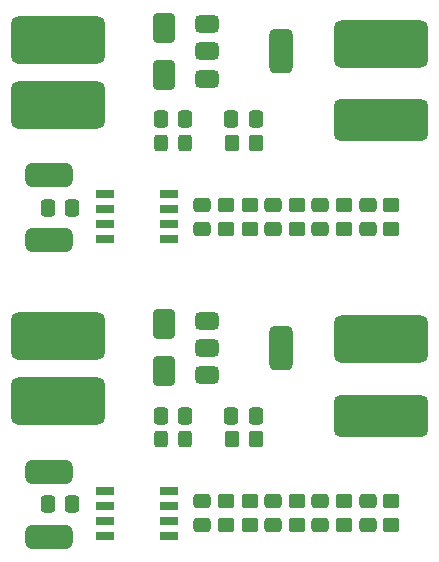
<source format=gts>
G04 #@! TF.GenerationSoftware,KiCad,Pcbnew,9.0.4*
G04 #@! TF.CreationDate,2025-12-28T16:32:26+01:00*
G04 #@! TF.ProjectId,UWU_AK_V3_Mouse,5557555f-414b-45f5-9633-5f4d6f757365,rev?*
G04 #@! TF.SameCoordinates,Original*
G04 #@! TF.FileFunction,Soldermask,Top*
G04 #@! TF.FilePolarity,Negative*
%FSLAX46Y46*%
G04 Gerber Fmt 4.6, Leading zero omitted, Abs format (unit mm)*
G04 Created by KiCad (PCBNEW 9.0.4) date 2025-12-28 16:32:26*
%MOMM*%
%LPD*%
G01*
G04 APERTURE LIST*
G04 Aperture macros list*
%AMRoundRect*
0 Rectangle with rounded corners*
0 $1 Rounding radius*
0 $2 $3 $4 $5 $6 $7 $8 $9 X,Y pos of 4 corners*
0 Add a 4 corners polygon primitive as box body*
4,1,4,$2,$3,$4,$5,$6,$7,$8,$9,$2,$3,0*
0 Add four circle primitives for the rounded corners*
1,1,$1+$1,$2,$3*
1,1,$1+$1,$4,$5*
1,1,$1+$1,$6,$7*
1,1,$1+$1,$8,$9*
0 Add four rect primitives between the rounded corners*
20,1,$1+$1,$2,$3,$4,$5,0*
20,1,$1+$1,$4,$5,$6,$7,0*
20,1,$1+$1,$6,$7,$8,$9,0*
20,1,$1+$1,$8,$9,$2,$3,0*%
G04 Aperture macros list end*
%ADD10RoundRect,0.250000X0.475000X-0.337500X0.475000X0.337500X-0.475000X0.337500X-0.475000X-0.337500X0*%
%ADD11RoundRect,0.250000X0.337500X0.475000X-0.337500X0.475000X-0.337500X-0.475000X0.337500X-0.475000X0*%
%ADD12RoundRect,0.250000X-0.475000X0.337500X-0.475000X-0.337500X0.475000X-0.337500X0.475000X0.337500X0*%
%ADD13RoundRect,0.250000X0.450000X-0.350000X0.450000X0.350000X-0.450000X0.350000X-0.450000X-0.350000X0*%
%ADD14RoundRect,0.250000X-0.325000X-0.450000X0.325000X-0.450000X0.325000X0.450000X-0.325000X0.450000X0*%
%ADD15RoundRect,0.500000X1.500000X-0.500000X1.500000X0.500000X-1.500000X0.500000X-1.500000X-0.500000X0*%
%ADD16RoundRect,0.250000X-0.337500X-0.475000X0.337500X-0.475000X0.337500X0.475000X-0.337500X0.475000X0*%
%ADD17R,1.528000X0.650000*%
%ADD18RoundRect,0.600000X-3.400000X-1.400000X3.400000X-1.400000X3.400000X1.400000X-3.400000X1.400000X0*%
%ADD19RoundRect,0.525000X3.475000X1.225000X-3.475000X1.225000X-3.475000X-1.225000X3.475000X-1.225000X0*%
%ADD20RoundRect,0.600000X3.400000X1.400000X-3.400000X1.400000X-3.400000X-1.400000X3.400000X-1.400000X0*%
%ADD21RoundRect,0.250000X-0.450000X0.350000X-0.450000X-0.350000X0.450000X-0.350000X0.450000X0.350000X0*%
%ADD22RoundRect,0.375000X-0.625000X-0.375000X0.625000X-0.375000X0.625000X0.375000X-0.625000X0.375000X0*%
%ADD23RoundRect,0.500000X-0.500000X-1.400000X0.500000X-1.400000X0.500000X1.400000X-0.500000X1.400000X0*%
%ADD24RoundRect,0.250000X0.650000X-1.000000X0.650000X1.000000X-0.650000X1.000000X-0.650000X-1.000000X0*%
%ADD25RoundRect,0.250000X-0.350000X-0.450000X0.350000X-0.450000X0.350000X0.450000X-0.350000X0.450000X0*%
G04 APERTURE END LIST*
D10*
X120750000Y-82442500D03*
X120750000Y-80367500D03*
D11*
X125287500Y-73155000D03*
X123212500Y-73155000D03*
D12*
X126750000Y-80367500D03*
X126750000Y-82442500D03*
D13*
X124750000Y-107500000D03*
X124750000Y-105500000D03*
D14*
X117225001Y-100250000D03*
X119274999Y-100250000D03*
X117225001Y-75155000D03*
X119274999Y-75155000D03*
D15*
X107750000Y-77905000D03*
D16*
X107675000Y-80655000D03*
X109750000Y-80655000D03*
D17*
X117961000Y-83310000D03*
X117961000Y-82040000D03*
X117961000Y-80770000D03*
X117961000Y-79500000D03*
X112539000Y-79500000D03*
X112539000Y-80770000D03*
X112539000Y-82040000D03*
X112539000Y-83310000D03*
D18*
X108500000Y-97000000D03*
X108500000Y-91500001D03*
D19*
X135875000Y-98250000D03*
D20*
X135875000Y-91750000D03*
D16*
X107675000Y-105750000D03*
X109750000Y-105750000D03*
D11*
X125287500Y-98250000D03*
X123212500Y-98250000D03*
D10*
X134750000Y-82442500D03*
X134750000Y-80367500D03*
D15*
X107750000Y-103000000D03*
D17*
X117961000Y-108405000D03*
X117961000Y-107135000D03*
X117961000Y-105865000D03*
X117961000Y-104595000D03*
X112539000Y-104595000D03*
X112539000Y-105865000D03*
X112539000Y-107135000D03*
X112539000Y-108405000D03*
D13*
X132750000Y-107500000D03*
X132750000Y-105500000D03*
X128750000Y-107500000D03*
X128750000Y-105500000D03*
D19*
X135875000Y-73250000D03*
D20*
X135875000Y-66750000D03*
D12*
X130750000Y-80367500D03*
X130750000Y-82442500D03*
D21*
X122750000Y-105500000D03*
X122750000Y-107500000D03*
X136750000Y-105500000D03*
X136750000Y-107500000D03*
D22*
X121100000Y-90200000D03*
X121100000Y-92500000D03*
D23*
X127400000Y-92500000D03*
D22*
X121100000Y-94800000D03*
D13*
X128750000Y-82405000D03*
X128750000Y-80405000D03*
D16*
X117212500Y-98250000D03*
X119287500Y-98250000D03*
D18*
X108500000Y-71905000D03*
X108500000Y-66405001D03*
D12*
X126750000Y-105462500D03*
X126750000Y-107537500D03*
D24*
X117500000Y-69405001D03*
X117500000Y-65404999D03*
D15*
X107750000Y-108500000D03*
D13*
X124750000Y-82405000D03*
X124750000Y-80405000D03*
D16*
X117212500Y-73155000D03*
X119287500Y-73155000D03*
D10*
X120750000Y-107537500D03*
X120750000Y-105462500D03*
D24*
X117500000Y-94500001D03*
X117500000Y-90499999D03*
D21*
X136750000Y-80405000D03*
X136750000Y-82405000D03*
D15*
X107750000Y-83405000D03*
D21*
X122750000Y-80405000D03*
X122750000Y-82405000D03*
D13*
X132750000Y-82405000D03*
X132750000Y-80405000D03*
D25*
X123250000Y-100250000D03*
X125250000Y-100250000D03*
D10*
X134750000Y-107537500D03*
X134750000Y-105462500D03*
D12*
X130750000Y-105462500D03*
X130750000Y-107537500D03*
D25*
X123250000Y-75155000D03*
X125250000Y-75155000D03*
D22*
X121100000Y-65105000D03*
X121100000Y-67405000D03*
D23*
X127400000Y-67405000D03*
D22*
X121100000Y-69705000D03*
M02*

</source>
